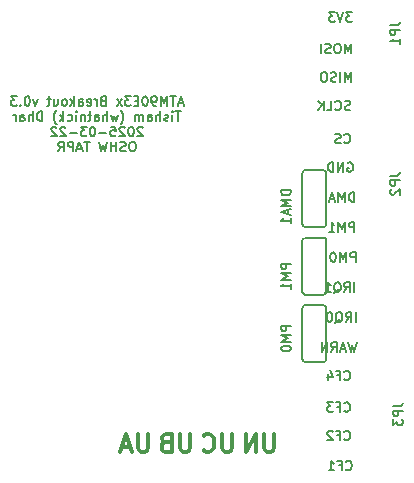
<source format=gbo>
G04 #@! TF.GenerationSoftware,KiCad,Pcbnew,7.0.7*
G04 #@! TF.CreationDate,2025-03-22T12:59:07+10:30*
G04 #@! TF.ProjectId,ATM90E36_Breakout,41544d39-3045-4333-965f-427265616b6f,rev?*
G04 #@! TF.SameCoordinates,Original*
G04 #@! TF.FileFunction,Legend,Bot*
G04 #@! TF.FilePolarity,Positive*
%FSLAX46Y46*%
G04 Gerber Fmt 4.6, Leading zero omitted, Abs format (unit mm)*
G04 Created by KiCad (PCBNEW 7.0.7) date 2025-03-22 12:59:07*
%MOMM*%
%LPD*%
G01*
G04 APERTURE LIST*
%ADD10C,0.300000*%
%ADD11C,0.200000*%
%ADD12C,0.152400*%
G04 APERTURE END LIST*
D10*
X151337489Y-120728828D02*
X151337489Y-121943114D01*
X151337489Y-121943114D02*
X151266060Y-122085971D01*
X151266060Y-122085971D02*
X151194632Y-122157400D01*
X151194632Y-122157400D02*
X151051774Y-122228828D01*
X151051774Y-122228828D02*
X150766060Y-122228828D01*
X150766060Y-122228828D02*
X150623203Y-122157400D01*
X150623203Y-122157400D02*
X150551774Y-122085971D01*
X150551774Y-122085971D02*
X150480346Y-121943114D01*
X150480346Y-121943114D02*
X150480346Y-120728828D01*
X149837488Y-121800257D02*
X149123203Y-121800257D01*
X149980345Y-122228828D02*
X149480345Y-120728828D01*
X149480345Y-120728828D02*
X148980345Y-122228828D01*
X154893489Y-120728828D02*
X154893489Y-121943114D01*
X154893489Y-121943114D02*
X154822060Y-122085971D01*
X154822060Y-122085971D02*
X154750632Y-122157400D01*
X154750632Y-122157400D02*
X154607774Y-122228828D01*
X154607774Y-122228828D02*
X154322060Y-122228828D01*
X154322060Y-122228828D02*
X154179203Y-122157400D01*
X154179203Y-122157400D02*
X154107774Y-122085971D01*
X154107774Y-122085971D02*
X154036346Y-121943114D01*
X154036346Y-121943114D02*
X154036346Y-120728828D01*
X152822060Y-121443114D02*
X152607774Y-121514542D01*
X152607774Y-121514542D02*
X152536345Y-121585971D01*
X152536345Y-121585971D02*
X152464917Y-121728828D01*
X152464917Y-121728828D02*
X152464917Y-121943114D01*
X152464917Y-121943114D02*
X152536345Y-122085971D01*
X152536345Y-122085971D02*
X152607774Y-122157400D01*
X152607774Y-122157400D02*
X152750631Y-122228828D01*
X152750631Y-122228828D02*
X153322060Y-122228828D01*
X153322060Y-122228828D02*
X153322060Y-120728828D01*
X153322060Y-120728828D02*
X152822060Y-120728828D01*
X152822060Y-120728828D02*
X152679203Y-120800257D01*
X152679203Y-120800257D02*
X152607774Y-120871685D01*
X152607774Y-120871685D02*
X152536345Y-121014542D01*
X152536345Y-121014542D02*
X152536345Y-121157400D01*
X152536345Y-121157400D02*
X152607774Y-121300257D01*
X152607774Y-121300257D02*
X152679203Y-121371685D01*
X152679203Y-121371685D02*
X152822060Y-121443114D01*
X152822060Y-121443114D02*
X153322060Y-121443114D01*
X158449489Y-120728828D02*
X158449489Y-121943114D01*
X158449489Y-121943114D02*
X158378060Y-122085971D01*
X158378060Y-122085971D02*
X158306632Y-122157400D01*
X158306632Y-122157400D02*
X158163774Y-122228828D01*
X158163774Y-122228828D02*
X157878060Y-122228828D01*
X157878060Y-122228828D02*
X157735203Y-122157400D01*
X157735203Y-122157400D02*
X157663774Y-122085971D01*
X157663774Y-122085971D02*
X157592346Y-121943114D01*
X157592346Y-121943114D02*
X157592346Y-120728828D01*
X156020917Y-122085971D02*
X156092345Y-122157400D01*
X156092345Y-122157400D02*
X156306631Y-122228828D01*
X156306631Y-122228828D02*
X156449488Y-122228828D01*
X156449488Y-122228828D02*
X156663774Y-122157400D01*
X156663774Y-122157400D02*
X156806631Y-122014542D01*
X156806631Y-122014542D02*
X156878060Y-121871685D01*
X156878060Y-121871685D02*
X156949488Y-121585971D01*
X156949488Y-121585971D02*
X156949488Y-121371685D01*
X156949488Y-121371685D02*
X156878060Y-121085971D01*
X156878060Y-121085971D02*
X156806631Y-120943114D01*
X156806631Y-120943114D02*
X156663774Y-120800257D01*
X156663774Y-120800257D02*
X156449488Y-120728828D01*
X156449488Y-120728828D02*
X156306631Y-120728828D01*
X156306631Y-120728828D02*
X156092345Y-120800257D01*
X156092345Y-120800257D02*
X156020917Y-120871685D01*
X162005489Y-120728828D02*
X162005489Y-121943114D01*
X162005489Y-121943114D02*
X161934060Y-122085971D01*
X161934060Y-122085971D02*
X161862632Y-122157400D01*
X161862632Y-122157400D02*
X161719774Y-122228828D01*
X161719774Y-122228828D02*
X161434060Y-122228828D01*
X161434060Y-122228828D02*
X161291203Y-122157400D01*
X161291203Y-122157400D02*
X161219774Y-122085971D01*
X161219774Y-122085971D02*
X161148346Y-121943114D01*
X161148346Y-121943114D02*
X161148346Y-120728828D01*
X160434060Y-122228828D02*
X160434060Y-120728828D01*
X160434060Y-120728828D02*
X159576917Y-122228828D01*
X159576917Y-122228828D02*
X159576917Y-120728828D01*
D11*
X154276192Y-92699123D02*
X153895239Y-92699123D01*
X154352382Y-92927695D02*
X154085715Y-92127695D01*
X154085715Y-92127695D02*
X153819049Y-92927695D01*
X153666668Y-92127695D02*
X153209525Y-92127695D01*
X153438097Y-92927695D02*
X153438097Y-92127695D01*
X152942858Y-92927695D02*
X152942858Y-92127695D01*
X152942858Y-92127695D02*
X152676192Y-92699123D01*
X152676192Y-92699123D02*
X152409525Y-92127695D01*
X152409525Y-92127695D02*
X152409525Y-92927695D01*
X151990477Y-92927695D02*
X151838096Y-92927695D01*
X151838096Y-92927695D02*
X151761906Y-92889600D01*
X151761906Y-92889600D02*
X151723810Y-92851504D01*
X151723810Y-92851504D02*
X151647620Y-92737219D01*
X151647620Y-92737219D02*
X151609525Y-92584838D01*
X151609525Y-92584838D02*
X151609525Y-92280076D01*
X151609525Y-92280076D02*
X151647620Y-92203885D01*
X151647620Y-92203885D02*
X151685715Y-92165790D01*
X151685715Y-92165790D02*
X151761906Y-92127695D01*
X151761906Y-92127695D02*
X151914287Y-92127695D01*
X151914287Y-92127695D02*
X151990477Y-92165790D01*
X151990477Y-92165790D02*
X152028572Y-92203885D01*
X152028572Y-92203885D02*
X152066668Y-92280076D01*
X152066668Y-92280076D02*
X152066668Y-92470552D01*
X152066668Y-92470552D02*
X152028572Y-92546742D01*
X152028572Y-92546742D02*
X151990477Y-92584838D01*
X151990477Y-92584838D02*
X151914287Y-92622933D01*
X151914287Y-92622933D02*
X151761906Y-92622933D01*
X151761906Y-92622933D02*
X151685715Y-92584838D01*
X151685715Y-92584838D02*
X151647620Y-92546742D01*
X151647620Y-92546742D02*
X151609525Y-92470552D01*
X151114286Y-92127695D02*
X151038096Y-92127695D01*
X151038096Y-92127695D02*
X150961905Y-92165790D01*
X150961905Y-92165790D02*
X150923810Y-92203885D01*
X150923810Y-92203885D02*
X150885715Y-92280076D01*
X150885715Y-92280076D02*
X150847620Y-92432457D01*
X150847620Y-92432457D02*
X150847620Y-92622933D01*
X150847620Y-92622933D02*
X150885715Y-92775314D01*
X150885715Y-92775314D02*
X150923810Y-92851504D01*
X150923810Y-92851504D02*
X150961905Y-92889600D01*
X150961905Y-92889600D02*
X151038096Y-92927695D01*
X151038096Y-92927695D02*
X151114286Y-92927695D01*
X151114286Y-92927695D02*
X151190477Y-92889600D01*
X151190477Y-92889600D02*
X151228572Y-92851504D01*
X151228572Y-92851504D02*
X151266667Y-92775314D01*
X151266667Y-92775314D02*
X151304763Y-92622933D01*
X151304763Y-92622933D02*
X151304763Y-92432457D01*
X151304763Y-92432457D02*
X151266667Y-92280076D01*
X151266667Y-92280076D02*
X151228572Y-92203885D01*
X151228572Y-92203885D02*
X151190477Y-92165790D01*
X151190477Y-92165790D02*
X151114286Y-92127695D01*
X150504762Y-92508647D02*
X150238096Y-92508647D01*
X150123810Y-92927695D02*
X150504762Y-92927695D01*
X150504762Y-92927695D02*
X150504762Y-92127695D01*
X150504762Y-92127695D02*
X150123810Y-92127695D01*
X149857143Y-92127695D02*
X149361905Y-92127695D01*
X149361905Y-92127695D02*
X149628571Y-92432457D01*
X149628571Y-92432457D02*
X149514286Y-92432457D01*
X149514286Y-92432457D02*
X149438095Y-92470552D01*
X149438095Y-92470552D02*
X149400000Y-92508647D01*
X149400000Y-92508647D02*
X149361905Y-92584838D01*
X149361905Y-92584838D02*
X149361905Y-92775314D01*
X149361905Y-92775314D02*
X149400000Y-92851504D01*
X149400000Y-92851504D02*
X149438095Y-92889600D01*
X149438095Y-92889600D02*
X149514286Y-92927695D01*
X149514286Y-92927695D02*
X149742857Y-92927695D01*
X149742857Y-92927695D02*
X149819048Y-92889600D01*
X149819048Y-92889600D02*
X149857143Y-92851504D01*
X149095238Y-92927695D02*
X148676190Y-92394361D01*
X149095238Y-92394361D02*
X148676190Y-92927695D01*
X147495238Y-92508647D02*
X147380952Y-92546742D01*
X147380952Y-92546742D02*
X147342857Y-92584838D01*
X147342857Y-92584838D02*
X147304761Y-92661028D01*
X147304761Y-92661028D02*
X147304761Y-92775314D01*
X147304761Y-92775314D02*
X147342857Y-92851504D01*
X147342857Y-92851504D02*
X147380952Y-92889600D01*
X147380952Y-92889600D02*
X147457142Y-92927695D01*
X147457142Y-92927695D02*
X147761904Y-92927695D01*
X147761904Y-92927695D02*
X147761904Y-92127695D01*
X147761904Y-92127695D02*
X147495238Y-92127695D01*
X147495238Y-92127695D02*
X147419047Y-92165790D01*
X147419047Y-92165790D02*
X147380952Y-92203885D01*
X147380952Y-92203885D02*
X147342857Y-92280076D01*
X147342857Y-92280076D02*
X147342857Y-92356266D01*
X147342857Y-92356266D02*
X147380952Y-92432457D01*
X147380952Y-92432457D02*
X147419047Y-92470552D01*
X147419047Y-92470552D02*
X147495238Y-92508647D01*
X147495238Y-92508647D02*
X147761904Y-92508647D01*
X146961904Y-92927695D02*
X146961904Y-92394361D01*
X146961904Y-92546742D02*
X146923809Y-92470552D01*
X146923809Y-92470552D02*
X146885714Y-92432457D01*
X146885714Y-92432457D02*
X146809523Y-92394361D01*
X146809523Y-92394361D02*
X146733333Y-92394361D01*
X146161904Y-92889600D02*
X146238095Y-92927695D01*
X146238095Y-92927695D02*
X146390476Y-92927695D01*
X146390476Y-92927695D02*
X146466666Y-92889600D01*
X146466666Y-92889600D02*
X146504762Y-92813409D01*
X146504762Y-92813409D02*
X146504762Y-92508647D01*
X146504762Y-92508647D02*
X146466666Y-92432457D01*
X146466666Y-92432457D02*
X146390476Y-92394361D01*
X146390476Y-92394361D02*
X146238095Y-92394361D01*
X146238095Y-92394361D02*
X146161904Y-92432457D01*
X146161904Y-92432457D02*
X146123809Y-92508647D01*
X146123809Y-92508647D02*
X146123809Y-92584838D01*
X146123809Y-92584838D02*
X146504762Y-92661028D01*
X145438095Y-92927695D02*
X145438095Y-92508647D01*
X145438095Y-92508647D02*
X145476190Y-92432457D01*
X145476190Y-92432457D02*
X145552381Y-92394361D01*
X145552381Y-92394361D02*
X145704762Y-92394361D01*
X145704762Y-92394361D02*
X145780952Y-92432457D01*
X145438095Y-92889600D02*
X145514286Y-92927695D01*
X145514286Y-92927695D02*
X145704762Y-92927695D01*
X145704762Y-92927695D02*
X145780952Y-92889600D01*
X145780952Y-92889600D02*
X145819048Y-92813409D01*
X145819048Y-92813409D02*
X145819048Y-92737219D01*
X145819048Y-92737219D02*
X145780952Y-92661028D01*
X145780952Y-92661028D02*
X145704762Y-92622933D01*
X145704762Y-92622933D02*
X145514286Y-92622933D01*
X145514286Y-92622933D02*
X145438095Y-92584838D01*
X145057142Y-92927695D02*
X145057142Y-92127695D01*
X144980952Y-92622933D02*
X144752380Y-92927695D01*
X144752380Y-92394361D02*
X145057142Y-92699123D01*
X144295238Y-92927695D02*
X144371428Y-92889600D01*
X144371428Y-92889600D02*
X144409523Y-92851504D01*
X144409523Y-92851504D02*
X144447619Y-92775314D01*
X144447619Y-92775314D02*
X144447619Y-92546742D01*
X144447619Y-92546742D02*
X144409523Y-92470552D01*
X144409523Y-92470552D02*
X144371428Y-92432457D01*
X144371428Y-92432457D02*
X144295238Y-92394361D01*
X144295238Y-92394361D02*
X144180952Y-92394361D01*
X144180952Y-92394361D02*
X144104761Y-92432457D01*
X144104761Y-92432457D02*
X144066666Y-92470552D01*
X144066666Y-92470552D02*
X144028571Y-92546742D01*
X144028571Y-92546742D02*
X144028571Y-92775314D01*
X144028571Y-92775314D02*
X144066666Y-92851504D01*
X144066666Y-92851504D02*
X144104761Y-92889600D01*
X144104761Y-92889600D02*
X144180952Y-92927695D01*
X144180952Y-92927695D02*
X144295238Y-92927695D01*
X143342856Y-92394361D02*
X143342856Y-92927695D01*
X143685713Y-92394361D02*
X143685713Y-92813409D01*
X143685713Y-92813409D02*
X143647618Y-92889600D01*
X143647618Y-92889600D02*
X143571428Y-92927695D01*
X143571428Y-92927695D02*
X143457142Y-92927695D01*
X143457142Y-92927695D02*
X143380951Y-92889600D01*
X143380951Y-92889600D02*
X143342856Y-92851504D01*
X143076189Y-92394361D02*
X142771427Y-92394361D01*
X142961903Y-92127695D02*
X142961903Y-92813409D01*
X142961903Y-92813409D02*
X142923808Y-92889600D01*
X142923808Y-92889600D02*
X142847618Y-92927695D01*
X142847618Y-92927695D02*
X142771427Y-92927695D01*
X141971427Y-92394361D02*
X141780951Y-92927695D01*
X141780951Y-92927695D02*
X141590474Y-92394361D01*
X141133331Y-92127695D02*
X141057141Y-92127695D01*
X141057141Y-92127695D02*
X140980950Y-92165790D01*
X140980950Y-92165790D02*
X140942855Y-92203885D01*
X140942855Y-92203885D02*
X140904760Y-92280076D01*
X140904760Y-92280076D02*
X140866665Y-92432457D01*
X140866665Y-92432457D02*
X140866665Y-92622933D01*
X140866665Y-92622933D02*
X140904760Y-92775314D01*
X140904760Y-92775314D02*
X140942855Y-92851504D01*
X140942855Y-92851504D02*
X140980950Y-92889600D01*
X140980950Y-92889600D02*
X141057141Y-92927695D01*
X141057141Y-92927695D02*
X141133331Y-92927695D01*
X141133331Y-92927695D02*
X141209522Y-92889600D01*
X141209522Y-92889600D02*
X141247617Y-92851504D01*
X141247617Y-92851504D02*
X141285712Y-92775314D01*
X141285712Y-92775314D02*
X141323808Y-92622933D01*
X141323808Y-92622933D02*
X141323808Y-92432457D01*
X141323808Y-92432457D02*
X141285712Y-92280076D01*
X141285712Y-92280076D02*
X141247617Y-92203885D01*
X141247617Y-92203885D02*
X141209522Y-92165790D01*
X141209522Y-92165790D02*
X141133331Y-92127695D01*
X140523807Y-92851504D02*
X140485712Y-92889600D01*
X140485712Y-92889600D02*
X140523807Y-92927695D01*
X140523807Y-92927695D02*
X140561903Y-92889600D01*
X140561903Y-92889600D02*
X140523807Y-92851504D01*
X140523807Y-92851504D02*
X140523807Y-92927695D01*
X140219046Y-92127695D02*
X139723808Y-92127695D01*
X139723808Y-92127695D02*
X139990474Y-92432457D01*
X139990474Y-92432457D02*
X139876189Y-92432457D01*
X139876189Y-92432457D02*
X139799998Y-92470552D01*
X139799998Y-92470552D02*
X139761903Y-92508647D01*
X139761903Y-92508647D02*
X139723808Y-92584838D01*
X139723808Y-92584838D02*
X139723808Y-92775314D01*
X139723808Y-92775314D02*
X139761903Y-92851504D01*
X139761903Y-92851504D02*
X139799998Y-92889600D01*
X139799998Y-92889600D02*
X139876189Y-92927695D01*
X139876189Y-92927695D02*
X140104760Y-92927695D01*
X140104760Y-92927695D02*
X140180951Y-92889600D01*
X140180951Y-92889600D02*
X140219046Y-92851504D01*
X154104762Y-93415695D02*
X153647619Y-93415695D01*
X153876191Y-94215695D02*
X153876191Y-93415695D01*
X153380952Y-94215695D02*
X153380952Y-93682361D01*
X153380952Y-93415695D02*
X153419048Y-93453790D01*
X153419048Y-93453790D02*
X153380952Y-93491885D01*
X153380952Y-93491885D02*
X153342857Y-93453790D01*
X153342857Y-93453790D02*
X153380952Y-93415695D01*
X153380952Y-93415695D02*
X153380952Y-93491885D01*
X153038096Y-94177600D02*
X152961905Y-94215695D01*
X152961905Y-94215695D02*
X152809524Y-94215695D01*
X152809524Y-94215695D02*
X152733334Y-94177600D01*
X152733334Y-94177600D02*
X152695238Y-94101409D01*
X152695238Y-94101409D02*
X152695238Y-94063314D01*
X152695238Y-94063314D02*
X152733334Y-93987123D01*
X152733334Y-93987123D02*
X152809524Y-93949028D01*
X152809524Y-93949028D02*
X152923810Y-93949028D01*
X152923810Y-93949028D02*
X153000000Y-93910933D01*
X153000000Y-93910933D02*
X153038096Y-93834742D01*
X153038096Y-93834742D02*
X153038096Y-93796647D01*
X153038096Y-93796647D02*
X153000000Y-93720457D01*
X153000000Y-93720457D02*
X152923810Y-93682361D01*
X152923810Y-93682361D02*
X152809524Y-93682361D01*
X152809524Y-93682361D02*
X152733334Y-93720457D01*
X152352381Y-94215695D02*
X152352381Y-93415695D01*
X152009524Y-94215695D02*
X152009524Y-93796647D01*
X152009524Y-93796647D02*
X152047619Y-93720457D01*
X152047619Y-93720457D02*
X152123810Y-93682361D01*
X152123810Y-93682361D02*
X152238096Y-93682361D01*
X152238096Y-93682361D02*
X152314286Y-93720457D01*
X152314286Y-93720457D02*
X152352381Y-93758552D01*
X151285714Y-94215695D02*
X151285714Y-93796647D01*
X151285714Y-93796647D02*
X151323809Y-93720457D01*
X151323809Y-93720457D02*
X151400000Y-93682361D01*
X151400000Y-93682361D02*
X151552381Y-93682361D01*
X151552381Y-93682361D02*
X151628571Y-93720457D01*
X151285714Y-94177600D02*
X151361905Y-94215695D01*
X151361905Y-94215695D02*
X151552381Y-94215695D01*
X151552381Y-94215695D02*
X151628571Y-94177600D01*
X151628571Y-94177600D02*
X151666667Y-94101409D01*
X151666667Y-94101409D02*
X151666667Y-94025219D01*
X151666667Y-94025219D02*
X151628571Y-93949028D01*
X151628571Y-93949028D02*
X151552381Y-93910933D01*
X151552381Y-93910933D02*
X151361905Y-93910933D01*
X151361905Y-93910933D02*
X151285714Y-93872838D01*
X150904761Y-94215695D02*
X150904761Y-93682361D01*
X150904761Y-93758552D02*
X150866666Y-93720457D01*
X150866666Y-93720457D02*
X150790476Y-93682361D01*
X150790476Y-93682361D02*
X150676190Y-93682361D01*
X150676190Y-93682361D02*
X150599999Y-93720457D01*
X150599999Y-93720457D02*
X150561904Y-93796647D01*
X150561904Y-93796647D02*
X150561904Y-94215695D01*
X150561904Y-93796647D02*
X150523809Y-93720457D01*
X150523809Y-93720457D02*
X150447618Y-93682361D01*
X150447618Y-93682361D02*
X150333333Y-93682361D01*
X150333333Y-93682361D02*
X150257142Y-93720457D01*
X150257142Y-93720457D02*
X150219047Y-93796647D01*
X150219047Y-93796647D02*
X150219047Y-94215695D01*
X148999999Y-94520457D02*
X149038094Y-94482361D01*
X149038094Y-94482361D02*
X149114285Y-94368076D01*
X149114285Y-94368076D02*
X149152380Y-94291885D01*
X149152380Y-94291885D02*
X149190475Y-94177600D01*
X149190475Y-94177600D02*
X149228570Y-93987123D01*
X149228570Y-93987123D02*
X149228570Y-93834742D01*
X149228570Y-93834742D02*
X149190475Y-93644266D01*
X149190475Y-93644266D02*
X149152380Y-93529980D01*
X149152380Y-93529980D02*
X149114285Y-93453790D01*
X149114285Y-93453790D02*
X149038094Y-93339504D01*
X149038094Y-93339504D02*
X148999999Y-93301409D01*
X148771428Y-93682361D02*
X148619047Y-94215695D01*
X148619047Y-94215695D02*
X148466666Y-93834742D01*
X148466666Y-93834742D02*
X148314285Y-94215695D01*
X148314285Y-94215695D02*
X148161904Y-93682361D01*
X147857142Y-94215695D02*
X147857142Y-93415695D01*
X147514285Y-94215695D02*
X147514285Y-93796647D01*
X147514285Y-93796647D02*
X147552380Y-93720457D01*
X147552380Y-93720457D02*
X147628571Y-93682361D01*
X147628571Y-93682361D02*
X147742857Y-93682361D01*
X147742857Y-93682361D02*
X147819047Y-93720457D01*
X147819047Y-93720457D02*
X147857142Y-93758552D01*
X146790475Y-94215695D02*
X146790475Y-93796647D01*
X146790475Y-93796647D02*
X146828570Y-93720457D01*
X146828570Y-93720457D02*
X146904761Y-93682361D01*
X146904761Y-93682361D02*
X147057142Y-93682361D01*
X147057142Y-93682361D02*
X147133332Y-93720457D01*
X146790475Y-94177600D02*
X146866666Y-94215695D01*
X146866666Y-94215695D02*
X147057142Y-94215695D01*
X147057142Y-94215695D02*
X147133332Y-94177600D01*
X147133332Y-94177600D02*
X147171428Y-94101409D01*
X147171428Y-94101409D02*
X147171428Y-94025219D01*
X147171428Y-94025219D02*
X147133332Y-93949028D01*
X147133332Y-93949028D02*
X147057142Y-93910933D01*
X147057142Y-93910933D02*
X146866666Y-93910933D01*
X146866666Y-93910933D02*
X146790475Y-93872838D01*
X146523808Y-93682361D02*
X146219046Y-93682361D01*
X146409522Y-93415695D02*
X146409522Y-94101409D01*
X146409522Y-94101409D02*
X146371427Y-94177600D01*
X146371427Y-94177600D02*
X146295237Y-94215695D01*
X146295237Y-94215695D02*
X146219046Y-94215695D01*
X145952379Y-93682361D02*
X145952379Y-94215695D01*
X145952379Y-93758552D02*
X145914284Y-93720457D01*
X145914284Y-93720457D02*
X145838094Y-93682361D01*
X145838094Y-93682361D02*
X145723808Y-93682361D01*
X145723808Y-93682361D02*
X145647617Y-93720457D01*
X145647617Y-93720457D02*
X145609522Y-93796647D01*
X145609522Y-93796647D02*
X145609522Y-94215695D01*
X145228569Y-94215695D02*
X145228569Y-93682361D01*
X145228569Y-93415695D02*
X145266665Y-93453790D01*
X145266665Y-93453790D02*
X145228569Y-93491885D01*
X145228569Y-93491885D02*
X145190474Y-93453790D01*
X145190474Y-93453790D02*
X145228569Y-93415695D01*
X145228569Y-93415695D02*
X145228569Y-93491885D01*
X144504760Y-94177600D02*
X144580951Y-94215695D01*
X144580951Y-94215695D02*
X144733332Y-94215695D01*
X144733332Y-94215695D02*
X144809522Y-94177600D01*
X144809522Y-94177600D02*
X144847617Y-94139504D01*
X144847617Y-94139504D02*
X144885713Y-94063314D01*
X144885713Y-94063314D02*
X144885713Y-93834742D01*
X144885713Y-93834742D02*
X144847617Y-93758552D01*
X144847617Y-93758552D02*
X144809522Y-93720457D01*
X144809522Y-93720457D02*
X144733332Y-93682361D01*
X144733332Y-93682361D02*
X144580951Y-93682361D01*
X144580951Y-93682361D02*
X144504760Y-93720457D01*
X144161903Y-94215695D02*
X144161903Y-93415695D01*
X144085713Y-93910933D02*
X143857141Y-94215695D01*
X143857141Y-93682361D02*
X144161903Y-93987123D01*
X143590475Y-94520457D02*
X143552380Y-94482361D01*
X143552380Y-94482361D02*
X143476189Y-94368076D01*
X143476189Y-94368076D02*
X143438094Y-94291885D01*
X143438094Y-94291885D02*
X143399999Y-94177600D01*
X143399999Y-94177600D02*
X143361903Y-93987123D01*
X143361903Y-93987123D02*
X143361903Y-93834742D01*
X143361903Y-93834742D02*
X143399999Y-93644266D01*
X143399999Y-93644266D02*
X143438094Y-93529980D01*
X143438094Y-93529980D02*
X143476189Y-93453790D01*
X143476189Y-93453790D02*
X143552380Y-93339504D01*
X143552380Y-93339504D02*
X143590475Y-93301409D01*
X142371427Y-94215695D02*
X142371427Y-93415695D01*
X142371427Y-93415695D02*
X142180951Y-93415695D01*
X142180951Y-93415695D02*
X142066665Y-93453790D01*
X142066665Y-93453790D02*
X141990475Y-93529980D01*
X141990475Y-93529980D02*
X141952380Y-93606171D01*
X141952380Y-93606171D02*
X141914284Y-93758552D01*
X141914284Y-93758552D02*
X141914284Y-93872838D01*
X141914284Y-93872838D02*
X141952380Y-94025219D01*
X141952380Y-94025219D02*
X141990475Y-94101409D01*
X141990475Y-94101409D02*
X142066665Y-94177600D01*
X142066665Y-94177600D02*
X142180951Y-94215695D01*
X142180951Y-94215695D02*
X142371427Y-94215695D01*
X141571427Y-94215695D02*
X141571427Y-93415695D01*
X141228570Y-94215695D02*
X141228570Y-93796647D01*
X141228570Y-93796647D02*
X141266665Y-93720457D01*
X141266665Y-93720457D02*
X141342856Y-93682361D01*
X141342856Y-93682361D02*
X141457142Y-93682361D01*
X141457142Y-93682361D02*
X141533332Y-93720457D01*
X141533332Y-93720457D02*
X141571427Y-93758552D01*
X140504760Y-94215695D02*
X140504760Y-93796647D01*
X140504760Y-93796647D02*
X140542855Y-93720457D01*
X140542855Y-93720457D02*
X140619046Y-93682361D01*
X140619046Y-93682361D02*
X140771427Y-93682361D01*
X140771427Y-93682361D02*
X140847617Y-93720457D01*
X140504760Y-94177600D02*
X140580951Y-94215695D01*
X140580951Y-94215695D02*
X140771427Y-94215695D01*
X140771427Y-94215695D02*
X140847617Y-94177600D01*
X140847617Y-94177600D02*
X140885713Y-94101409D01*
X140885713Y-94101409D02*
X140885713Y-94025219D01*
X140885713Y-94025219D02*
X140847617Y-93949028D01*
X140847617Y-93949028D02*
X140771427Y-93910933D01*
X140771427Y-93910933D02*
X140580951Y-93910933D01*
X140580951Y-93910933D02*
X140504760Y-93872838D01*
X140123807Y-94215695D02*
X140123807Y-93682361D01*
X140123807Y-93834742D02*
X140085712Y-93758552D01*
X140085712Y-93758552D02*
X140047617Y-93720457D01*
X140047617Y-93720457D02*
X139971426Y-93682361D01*
X139971426Y-93682361D02*
X139895236Y-93682361D01*
X150885715Y-94779885D02*
X150847619Y-94741790D01*
X150847619Y-94741790D02*
X150771429Y-94703695D01*
X150771429Y-94703695D02*
X150580953Y-94703695D01*
X150580953Y-94703695D02*
X150504762Y-94741790D01*
X150504762Y-94741790D02*
X150466667Y-94779885D01*
X150466667Y-94779885D02*
X150428572Y-94856076D01*
X150428572Y-94856076D02*
X150428572Y-94932266D01*
X150428572Y-94932266D02*
X150466667Y-95046552D01*
X150466667Y-95046552D02*
X150923810Y-95503695D01*
X150923810Y-95503695D02*
X150428572Y-95503695D01*
X149933333Y-94703695D02*
X149857143Y-94703695D01*
X149857143Y-94703695D02*
X149780952Y-94741790D01*
X149780952Y-94741790D02*
X149742857Y-94779885D01*
X149742857Y-94779885D02*
X149704762Y-94856076D01*
X149704762Y-94856076D02*
X149666667Y-95008457D01*
X149666667Y-95008457D02*
X149666667Y-95198933D01*
X149666667Y-95198933D02*
X149704762Y-95351314D01*
X149704762Y-95351314D02*
X149742857Y-95427504D01*
X149742857Y-95427504D02*
X149780952Y-95465600D01*
X149780952Y-95465600D02*
X149857143Y-95503695D01*
X149857143Y-95503695D02*
X149933333Y-95503695D01*
X149933333Y-95503695D02*
X150009524Y-95465600D01*
X150009524Y-95465600D02*
X150047619Y-95427504D01*
X150047619Y-95427504D02*
X150085714Y-95351314D01*
X150085714Y-95351314D02*
X150123810Y-95198933D01*
X150123810Y-95198933D02*
X150123810Y-95008457D01*
X150123810Y-95008457D02*
X150085714Y-94856076D01*
X150085714Y-94856076D02*
X150047619Y-94779885D01*
X150047619Y-94779885D02*
X150009524Y-94741790D01*
X150009524Y-94741790D02*
X149933333Y-94703695D01*
X149361905Y-94779885D02*
X149323809Y-94741790D01*
X149323809Y-94741790D02*
X149247619Y-94703695D01*
X149247619Y-94703695D02*
X149057143Y-94703695D01*
X149057143Y-94703695D02*
X148980952Y-94741790D01*
X148980952Y-94741790D02*
X148942857Y-94779885D01*
X148942857Y-94779885D02*
X148904762Y-94856076D01*
X148904762Y-94856076D02*
X148904762Y-94932266D01*
X148904762Y-94932266D02*
X148942857Y-95046552D01*
X148942857Y-95046552D02*
X149400000Y-95503695D01*
X149400000Y-95503695D02*
X148904762Y-95503695D01*
X148180952Y-94703695D02*
X148561904Y-94703695D01*
X148561904Y-94703695D02*
X148600000Y-95084647D01*
X148600000Y-95084647D02*
X148561904Y-95046552D01*
X148561904Y-95046552D02*
X148485714Y-95008457D01*
X148485714Y-95008457D02*
X148295238Y-95008457D01*
X148295238Y-95008457D02*
X148219047Y-95046552D01*
X148219047Y-95046552D02*
X148180952Y-95084647D01*
X148180952Y-95084647D02*
X148142857Y-95160838D01*
X148142857Y-95160838D02*
X148142857Y-95351314D01*
X148142857Y-95351314D02*
X148180952Y-95427504D01*
X148180952Y-95427504D02*
X148219047Y-95465600D01*
X148219047Y-95465600D02*
X148295238Y-95503695D01*
X148295238Y-95503695D02*
X148485714Y-95503695D01*
X148485714Y-95503695D02*
X148561904Y-95465600D01*
X148561904Y-95465600D02*
X148600000Y-95427504D01*
X147799999Y-95198933D02*
X147190476Y-95198933D01*
X146657142Y-94703695D02*
X146580952Y-94703695D01*
X146580952Y-94703695D02*
X146504761Y-94741790D01*
X146504761Y-94741790D02*
X146466666Y-94779885D01*
X146466666Y-94779885D02*
X146428571Y-94856076D01*
X146428571Y-94856076D02*
X146390476Y-95008457D01*
X146390476Y-95008457D02*
X146390476Y-95198933D01*
X146390476Y-95198933D02*
X146428571Y-95351314D01*
X146428571Y-95351314D02*
X146466666Y-95427504D01*
X146466666Y-95427504D02*
X146504761Y-95465600D01*
X146504761Y-95465600D02*
X146580952Y-95503695D01*
X146580952Y-95503695D02*
X146657142Y-95503695D01*
X146657142Y-95503695D02*
X146733333Y-95465600D01*
X146733333Y-95465600D02*
X146771428Y-95427504D01*
X146771428Y-95427504D02*
X146809523Y-95351314D01*
X146809523Y-95351314D02*
X146847619Y-95198933D01*
X146847619Y-95198933D02*
X146847619Y-95008457D01*
X146847619Y-95008457D02*
X146809523Y-94856076D01*
X146809523Y-94856076D02*
X146771428Y-94779885D01*
X146771428Y-94779885D02*
X146733333Y-94741790D01*
X146733333Y-94741790D02*
X146657142Y-94703695D01*
X146123809Y-94703695D02*
X145628571Y-94703695D01*
X145628571Y-94703695D02*
X145895237Y-95008457D01*
X145895237Y-95008457D02*
X145780952Y-95008457D01*
X145780952Y-95008457D02*
X145704761Y-95046552D01*
X145704761Y-95046552D02*
X145666666Y-95084647D01*
X145666666Y-95084647D02*
X145628571Y-95160838D01*
X145628571Y-95160838D02*
X145628571Y-95351314D01*
X145628571Y-95351314D02*
X145666666Y-95427504D01*
X145666666Y-95427504D02*
X145704761Y-95465600D01*
X145704761Y-95465600D02*
X145780952Y-95503695D01*
X145780952Y-95503695D02*
X146009523Y-95503695D01*
X146009523Y-95503695D02*
X146085714Y-95465600D01*
X146085714Y-95465600D02*
X146123809Y-95427504D01*
X145285713Y-95198933D02*
X144676190Y-95198933D01*
X144333333Y-94779885D02*
X144295237Y-94741790D01*
X144295237Y-94741790D02*
X144219047Y-94703695D01*
X144219047Y-94703695D02*
X144028571Y-94703695D01*
X144028571Y-94703695D02*
X143952380Y-94741790D01*
X143952380Y-94741790D02*
X143914285Y-94779885D01*
X143914285Y-94779885D02*
X143876190Y-94856076D01*
X143876190Y-94856076D02*
X143876190Y-94932266D01*
X143876190Y-94932266D02*
X143914285Y-95046552D01*
X143914285Y-95046552D02*
X144371428Y-95503695D01*
X144371428Y-95503695D02*
X143876190Y-95503695D01*
X143571428Y-94779885D02*
X143533332Y-94741790D01*
X143533332Y-94741790D02*
X143457142Y-94703695D01*
X143457142Y-94703695D02*
X143266666Y-94703695D01*
X143266666Y-94703695D02*
X143190475Y-94741790D01*
X143190475Y-94741790D02*
X143152380Y-94779885D01*
X143152380Y-94779885D02*
X143114285Y-94856076D01*
X143114285Y-94856076D02*
X143114285Y-94932266D01*
X143114285Y-94932266D02*
X143152380Y-95046552D01*
X143152380Y-95046552D02*
X143609523Y-95503695D01*
X143609523Y-95503695D02*
X143114285Y-95503695D01*
X150085713Y-95991695D02*
X149933332Y-95991695D01*
X149933332Y-95991695D02*
X149857142Y-96029790D01*
X149857142Y-96029790D02*
X149780951Y-96105980D01*
X149780951Y-96105980D02*
X149742856Y-96258361D01*
X149742856Y-96258361D02*
X149742856Y-96525028D01*
X149742856Y-96525028D02*
X149780951Y-96677409D01*
X149780951Y-96677409D02*
X149857142Y-96753600D01*
X149857142Y-96753600D02*
X149933332Y-96791695D01*
X149933332Y-96791695D02*
X150085713Y-96791695D01*
X150085713Y-96791695D02*
X150161904Y-96753600D01*
X150161904Y-96753600D02*
X150238094Y-96677409D01*
X150238094Y-96677409D02*
X150276190Y-96525028D01*
X150276190Y-96525028D02*
X150276190Y-96258361D01*
X150276190Y-96258361D02*
X150238094Y-96105980D01*
X150238094Y-96105980D02*
X150161904Y-96029790D01*
X150161904Y-96029790D02*
X150085713Y-95991695D01*
X149438095Y-96753600D02*
X149323809Y-96791695D01*
X149323809Y-96791695D02*
X149133333Y-96791695D01*
X149133333Y-96791695D02*
X149057142Y-96753600D01*
X149057142Y-96753600D02*
X149019047Y-96715504D01*
X149019047Y-96715504D02*
X148980952Y-96639314D01*
X148980952Y-96639314D02*
X148980952Y-96563123D01*
X148980952Y-96563123D02*
X149019047Y-96486933D01*
X149019047Y-96486933D02*
X149057142Y-96448838D01*
X149057142Y-96448838D02*
X149133333Y-96410742D01*
X149133333Y-96410742D02*
X149285714Y-96372647D01*
X149285714Y-96372647D02*
X149361904Y-96334552D01*
X149361904Y-96334552D02*
X149399999Y-96296457D01*
X149399999Y-96296457D02*
X149438095Y-96220266D01*
X149438095Y-96220266D02*
X149438095Y-96144076D01*
X149438095Y-96144076D02*
X149399999Y-96067885D01*
X149399999Y-96067885D02*
X149361904Y-96029790D01*
X149361904Y-96029790D02*
X149285714Y-95991695D01*
X149285714Y-95991695D02*
X149095237Y-95991695D01*
X149095237Y-95991695D02*
X148980952Y-96029790D01*
X148638094Y-96791695D02*
X148638094Y-95991695D01*
X148638094Y-96372647D02*
X148180951Y-96372647D01*
X148180951Y-96791695D02*
X148180951Y-95991695D01*
X147876190Y-95991695D02*
X147685714Y-96791695D01*
X147685714Y-96791695D02*
X147533333Y-96220266D01*
X147533333Y-96220266D02*
X147380952Y-96791695D01*
X147380952Y-96791695D02*
X147190476Y-95991695D01*
X146390475Y-95991695D02*
X145933332Y-95991695D01*
X146161904Y-96791695D02*
X146161904Y-95991695D01*
X145704761Y-96563123D02*
X145323808Y-96563123D01*
X145780951Y-96791695D02*
X145514284Y-95991695D01*
X145514284Y-95991695D02*
X145247618Y-96791695D01*
X144980951Y-96791695D02*
X144980951Y-95991695D01*
X144980951Y-95991695D02*
X144676189Y-95991695D01*
X144676189Y-95991695D02*
X144599999Y-96029790D01*
X144599999Y-96029790D02*
X144561904Y-96067885D01*
X144561904Y-96067885D02*
X144523808Y-96144076D01*
X144523808Y-96144076D02*
X144523808Y-96258361D01*
X144523808Y-96258361D02*
X144561904Y-96334552D01*
X144561904Y-96334552D02*
X144599999Y-96372647D01*
X144599999Y-96372647D02*
X144676189Y-96410742D01*
X144676189Y-96410742D02*
X144980951Y-96410742D01*
X143723808Y-96791695D02*
X143990475Y-96410742D01*
X144180951Y-96791695D02*
X144180951Y-95991695D01*
X144180951Y-95991695D02*
X143876189Y-95991695D01*
X143876189Y-95991695D02*
X143799999Y-96029790D01*
X143799999Y-96029790D02*
X143761904Y-96067885D01*
X143761904Y-96067885D02*
X143723808Y-96144076D01*
X143723808Y-96144076D02*
X143723808Y-96258361D01*
X143723808Y-96258361D02*
X143761904Y-96334552D01*
X143761904Y-96334552D02*
X143799999Y-96372647D01*
X143799999Y-96372647D02*
X143876189Y-96410742D01*
X143876189Y-96410742D02*
X144180951Y-96410742D01*
X168975236Y-112966295D02*
X168784760Y-113766295D01*
X168784760Y-113766295D02*
X168632379Y-113194866D01*
X168632379Y-113194866D02*
X168479998Y-113766295D01*
X168479998Y-113766295D02*
X168289522Y-112966295D01*
X168022855Y-113537723D02*
X167641902Y-113537723D01*
X168099045Y-113766295D02*
X167832378Y-112966295D01*
X167832378Y-112966295D02*
X167565712Y-113766295D01*
X166841902Y-113766295D02*
X167108569Y-113385342D01*
X167299045Y-113766295D02*
X167299045Y-112966295D01*
X167299045Y-112966295D02*
X166994283Y-112966295D01*
X166994283Y-112966295D02*
X166918093Y-113004390D01*
X166918093Y-113004390D02*
X166879998Y-113042485D01*
X166879998Y-113042485D02*
X166841902Y-113118676D01*
X166841902Y-113118676D02*
X166841902Y-113232961D01*
X166841902Y-113232961D02*
X166879998Y-113309152D01*
X166879998Y-113309152D02*
X166918093Y-113347247D01*
X166918093Y-113347247D02*
X166994283Y-113385342D01*
X166994283Y-113385342D02*
X167299045Y-113385342D01*
X166499045Y-113766295D02*
X166499045Y-112966295D01*
X166499045Y-112966295D02*
X166041902Y-113766295D01*
X166041902Y-113766295D02*
X166041902Y-112966295D01*
X168429141Y-93281200D02*
X168314855Y-93319295D01*
X168314855Y-93319295D02*
X168124379Y-93319295D01*
X168124379Y-93319295D02*
X168048188Y-93281200D01*
X168048188Y-93281200D02*
X168010093Y-93243104D01*
X168010093Y-93243104D02*
X167971998Y-93166914D01*
X167971998Y-93166914D02*
X167971998Y-93090723D01*
X167971998Y-93090723D02*
X168010093Y-93014533D01*
X168010093Y-93014533D02*
X168048188Y-92976438D01*
X168048188Y-92976438D02*
X168124379Y-92938342D01*
X168124379Y-92938342D02*
X168276760Y-92900247D01*
X168276760Y-92900247D02*
X168352950Y-92862152D01*
X168352950Y-92862152D02*
X168391045Y-92824057D01*
X168391045Y-92824057D02*
X168429141Y-92747866D01*
X168429141Y-92747866D02*
X168429141Y-92671676D01*
X168429141Y-92671676D02*
X168391045Y-92595485D01*
X168391045Y-92595485D02*
X168352950Y-92557390D01*
X168352950Y-92557390D02*
X168276760Y-92519295D01*
X168276760Y-92519295D02*
X168086283Y-92519295D01*
X168086283Y-92519295D02*
X167971998Y-92557390D01*
X167171997Y-93243104D02*
X167210093Y-93281200D01*
X167210093Y-93281200D02*
X167324378Y-93319295D01*
X167324378Y-93319295D02*
X167400569Y-93319295D01*
X167400569Y-93319295D02*
X167514855Y-93281200D01*
X167514855Y-93281200D02*
X167591045Y-93205009D01*
X167591045Y-93205009D02*
X167629140Y-93128819D01*
X167629140Y-93128819D02*
X167667236Y-92976438D01*
X167667236Y-92976438D02*
X167667236Y-92862152D01*
X167667236Y-92862152D02*
X167629140Y-92709771D01*
X167629140Y-92709771D02*
X167591045Y-92633580D01*
X167591045Y-92633580D02*
X167514855Y-92557390D01*
X167514855Y-92557390D02*
X167400569Y-92519295D01*
X167400569Y-92519295D02*
X167324378Y-92519295D01*
X167324378Y-92519295D02*
X167210093Y-92557390D01*
X167210093Y-92557390D02*
X167171997Y-92595485D01*
X166448188Y-93319295D02*
X166829140Y-93319295D01*
X166829140Y-93319295D02*
X166829140Y-92519295D01*
X166181521Y-93319295D02*
X166181521Y-92519295D01*
X165724378Y-93319295D02*
X166067236Y-92862152D01*
X165724378Y-92519295D02*
X166181521Y-92976438D01*
X168772045Y-101066295D02*
X168772045Y-100266295D01*
X168772045Y-100266295D02*
X168581569Y-100266295D01*
X168581569Y-100266295D02*
X168467283Y-100304390D01*
X168467283Y-100304390D02*
X168391093Y-100380580D01*
X168391093Y-100380580D02*
X168352998Y-100456771D01*
X168352998Y-100456771D02*
X168314902Y-100609152D01*
X168314902Y-100609152D02*
X168314902Y-100723438D01*
X168314902Y-100723438D02*
X168352998Y-100875819D01*
X168352998Y-100875819D02*
X168391093Y-100952009D01*
X168391093Y-100952009D02*
X168467283Y-101028200D01*
X168467283Y-101028200D02*
X168581569Y-101066295D01*
X168581569Y-101066295D02*
X168772045Y-101066295D01*
X167972045Y-101066295D02*
X167972045Y-100266295D01*
X167972045Y-100266295D02*
X167705379Y-100837723D01*
X167705379Y-100837723D02*
X167438712Y-100266295D01*
X167438712Y-100266295D02*
X167438712Y-101066295D01*
X167095855Y-100837723D02*
X166714902Y-100837723D01*
X167172045Y-101066295D02*
X166905378Y-100266295D01*
X166905378Y-100266295D02*
X166638712Y-101066295D01*
X168518045Y-90906295D02*
X168518045Y-90106295D01*
X168518045Y-90106295D02*
X168251379Y-90677723D01*
X168251379Y-90677723D02*
X167984712Y-90106295D01*
X167984712Y-90106295D02*
X167984712Y-90906295D01*
X167603759Y-90906295D02*
X167603759Y-90106295D01*
X167260903Y-90868200D02*
X167146617Y-90906295D01*
X167146617Y-90906295D02*
X166956141Y-90906295D01*
X166956141Y-90906295D02*
X166879950Y-90868200D01*
X166879950Y-90868200D02*
X166841855Y-90830104D01*
X166841855Y-90830104D02*
X166803760Y-90753914D01*
X166803760Y-90753914D02*
X166803760Y-90677723D01*
X166803760Y-90677723D02*
X166841855Y-90601533D01*
X166841855Y-90601533D02*
X166879950Y-90563438D01*
X166879950Y-90563438D02*
X166956141Y-90525342D01*
X166956141Y-90525342D02*
X167108522Y-90487247D01*
X167108522Y-90487247D02*
X167184712Y-90449152D01*
X167184712Y-90449152D02*
X167222807Y-90411057D01*
X167222807Y-90411057D02*
X167260903Y-90334866D01*
X167260903Y-90334866D02*
X167260903Y-90258676D01*
X167260903Y-90258676D02*
X167222807Y-90182485D01*
X167222807Y-90182485D02*
X167184712Y-90144390D01*
X167184712Y-90144390D02*
X167108522Y-90106295D01*
X167108522Y-90106295D02*
X166918045Y-90106295D01*
X166918045Y-90106295D02*
X166803760Y-90144390D01*
X166308521Y-90106295D02*
X166156140Y-90106295D01*
X166156140Y-90106295D02*
X166079950Y-90144390D01*
X166079950Y-90144390D02*
X166003759Y-90220580D01*
X166003759Y-90220580D02*
X165965664Y-90372961D01*
X165965664Y-90372961D02*
X165965664Y-90639628D01*
X165965664Y-90639628D02*
X166003759Y-90792009D01*
X166003759Y-90792009D02*
X166079950Y-90868200D01*
X166079950Y-90868200D02*
X166156140Y-90906295D01*
X166156140Y-90906295D02*
X166308521Y-90906295D01*
X166308521Y-90906295D02*
X166384712Y-90868200D01*
X166384712Y-90868200D02*
X166460902Y-90792009D01*
X166460902Y-90792009D02*
X166498998Y-90639628D01*
X166498998Y-90639628D02*
X166498998Y-90372961D01*
X166498998Y-90372961D02*
X166460902Y-90220580D01*
X166460902Y-90220580D02*
X166384712Y-90144390D01*
X166384712Y-90144390D02*
X166308521Y-90106295D01*
X168772045Y-103606295D02*
X168772045Y-102806295D01*
X168772045Y-102806295D02*
X168467283Y-102806295D01*
X168467283Y-102806295D02*
X168391093Y-102844390D01*
X168391093Y-102844390D02*
X168352998Y-102882485D01*
X168352998Y-102882485D02*
X168314902Y-102958676D01*
X168314902Y-102958676D02*
X168314902Y-103072961D01*
X168314902Y-103072961D02*
X168352998Y-103149152D01*
X168352998Y-103149152D02*
X168391093Y-103187247D01*
X168391093Y-103187247D02*
X168467283Y-103225342D01*
X168467283Y-103225342D02*
X168772045Y-103225342D01*
X167972045Y-103606295D02*
X167972045Y-102806295D01*
X167972045Y-102806295D02*
X167705379Y-103377723D01*
X167705379Y-103377723D02*
X167438712Y-102806295D01*
X167438712Y-102806295D02*
X167438712Y-103606295D01*
X166638712Y-103606295D02*
X167095855Y-103606295D01*
X166867283Y-103606295D02*
X166867283Y-102806295D01*
X166867283Y-102806295D02*
X166943474Y-102920580D01*
X166943474Y-102920580D02*
X167019664Y-102996771D01*
X167019664Y-102996771D02*
X167095855Y-103034866D01*
X168225998Y-97764390D02*
X168302188Y-97726295D01*
X168302188Y-97726295D02*
X168416474Y-97726295D01*
X168416474Y-97726295D02*
X168530760Y-97764390D01*
X168530760Y-97764390D02*
X168606950Y-97840580D01*
X168606950Y-97840580D02*
X168645045Y-97916771D01*
X168645045Y-97916771D02*
X168683141Y-98069152D01*
X168683141Y-98069152D02*
X168683141Y-98183438D01*
X168683141Y-98183438D02*
X168645045Y-98335819D01*
X168645045Y-98335819D02*
X168606950Y-98412009D01*
X168606950Y-98412009D02*
X168530760Y-98488200D01*
X168530760Y-98488200D02*
X168416474Y-98526295D01*
X168416474Y-98526295D02*
X168340283Y-98526295D01*
X168340283Y-98526295D02*
X168225998Y-98488200D01*
X168225998Y-98488200D02*
X168187902Y-98450104D01*
X168187902Y-98450104D02*
X168187902Y-98183438D01*
X168187902Y-98183438D02*
X168340283Y-98183438D01*
X167845045Y-98526295D02*
X167845045Y-97726295D01*
X167845045Y-97726295D02*
X167387902Y-98526295D01*
X167387902Y-98526295D02*
X167387902Y-97726295D01*
X167006950Y-98526295D02*
X167006950Y-97726295D01*
X167006950Y-97726295D02*
X166816474Y-97726295D01*
X166816474Y-97726295D02*
X166702188Y-97764390D01*
X166702188Y-97764390D02*
X166625998Y-97840580D01*
X166625998Y-97840580D02*
X166587903Y-97916771D01*
X166587903Y-97916771D02*
X166549807Y-98069152D01*
X166549807Y-98069152D02*
X166549807Y-98183438D01*
X166549807Y-98183438D02*
X166587903Y-98335819D01*
X166587903Y-98335819D02*
X166625998Y-98412009D01*
X166625998Y-98412009D02*
X166702188Y-98488200D01*
X166702188Y-98488200D02*
X166816474Y-98526295D01*
X166816474Y-98526295D02*
X167006950Y-98526295D01*
X168899045Y-106146295D02*
X168899045Y-105346295D01*
X168899045Y-105346295D02*
X168594283Y-105346295D01*
X168594283Y-105346295D02*
X168518093Y-105384390D01*
X168518093Y-105384390D02*
X168479998Y-105422485D01*
X168479998Y-105422485D02*
X168441902Y-105498676D01*
X168441902Y-105498676D02*
X168441902Y-105612961D01*
X168441902Y-105612961D02*
X168479998Y-105689152D01*
X168479998Y-105689152D02*
X168518093Y-105727247D01*
X168518093Y-105727247D02*
X168594283Y-105765342D01*
X168594283Y-105765342D02*
X168899045Y-105765342D01*
X168099045Y-106146295D02*
X168099045Y-105346295D01*
X168099045Y-105346295D02*
X167832379Y-105917723D01*
X167832379Y-105917723D02*
X167565712Y-105346295D01*
X167565712Y-105346295D02*
X167565712Y-106146295D01*
X167032378Y-105346295D02*
X166956188Y-105346295D01*
X166956188Y-105346295D02*
X166879997Y-105384390D01*
X166879997Y-105384390D02*
X166841902Y-105422485D01*
X166841902Y-105422485D02*
X166803807Y-105498676D01*
X166803807Y-105498676D02*
X166765712Y-105651057D01*
X166765712Y-105651057D02*
X166765712Y-105841533D01*
X166765712Y-105841533D02*
X166803807Y-105993914D01*
X166803807Y-105993914D02*
X166841902Y-106070104D01*
X166841902Y-106070104D02*
X166879997Y-106108200D01*
X166879997Y-106108200D02*
X166956188Y-106146295D01*
X166956188Y-106146295D02*
X167032378Y-106146295D01*
X167032378Y-106146295D02*
X167108569Y-106108200D01*
X167108569Y-106108200D02*
X167146664Y-106070104D01*
X167146664Y-106070104D02*
X167184759Y-105993914D01*
X167184759Y-105993914D02*
X167222855Y-105841533D01*
X167222855Y-105841533D02*
X167222855Y-105651057D01*
X167222855Y-105651057D02*
X167184759Y-105498676D01*
X167184759Y-105498676D02*
X167146664Y-105422485D01*
X167146664Y-105422485D02*
X167108569Y-105384390D01*
X167108569Y-105384390D02*
X167032378Y-105346295D01*
X167933902Y-121183104D02*
X167971998Y-121221200D01*
X167971998Y-121221200D02*
X168086283Y-121259295D01*
X168086283Y-121259295D02*
X168162474Y-121259295D01*
X168162474Y-121259295D02*
X168276760Y-121221200D01*
X168276760Y-121221200D02*
X168352950Y-121145009D01*
X168352950Y-121145009D02*
X168391045Y-121068819D01*
X168391045Y-121068819D02*
X168429141Y-120916438D01*
X168429141Y-120916438D02*
X168429141Y-120802152D01*
X168429141Y-120802152D02*
X168391045Y-120649771D01*
X168391045Y-120649771D02*
X168352950Y-120573580D01*
X168352950Y-120573580D02*
X168276760Y-120497390D01*
X168276760Y-120497390D02*
X168162474Y-120459295D01*
X168162474Y-120459295D02*
X168086283Y-120459295D01*
X168086283Y-120459295D02*
X167971998Y-120497390D01*
X167971998Y-120497390D02*
X167933902Y-120535485D01*
X167324379Y-120840247D02*
X167591045Y-120840247D01*
X167591045Y-121259295D02*
X167591045Y-120459295D01*
X167591045Y-120459295D02*
X167210093Y-120459295D01*
X166943427Y-120535485D02*
X166905331Y-120497390D01*
X166905331Y-120497390D02*
X166829141Y-120459295D01*
X166829141Y-120459295D02*
X166638665Y-120459295D01*
X166638665Y-120459295D02*
X166562474Y-120497390D01*
X166562474Y-120497390D02*
X166524379Y-120535485D01*
X166524379Y-120535485D02*
X166486284Y-120611676D01*
X166486284Y-120611676D02*
X166486284Y-120687866D01*
X166486284Y-120687866D02*
X166524379Y-120802152D01*
X166524379Y-120802152D02*
X166981522Y-121259295D01*
X166981522Y-121259295D02*
X166486284Y-121259295D01*
X167933902Y-116103104D02*
X167971998Y-116141200D01*
X167971998Y-116141200D02*
X168086283Y-116179295D01*
X168086283Y-116179295D02*
X168162474Y-116179295D01*
X168162474Y-116179295D02*
X168276760Y-116141200D01*
X168276760Y-116141200D02*
X168352950Y-116065009D01*
X168352950Y-116065009D02*
X168391045Y-115988819D01*
X168391045Y-115988819D02*
X168429141Y-115836438D01*
X168429141Y-115836438D02*
X168429141Y-115722152D01*
X168429141Y-115722152D02*
X168391045Y-115569771D01*
X168391045Y-115569771D02*
X168352950Y-115493580D01*
X168352950Y-115493580D02*
X168276760Y-115417390D01*
X168276760Y-115417390D02*
X168162474Y-115379295D01*
X168162474Y-115379295D02*
X168086283Y-115379295D01*
X168086283Y-115379295D02*
X167971998Y-115417390D01*
X167971998Y-115417390D02*
X167933902Y-115455485D01*
X167324379Y-115760247D02*
X167591045Y-115760247D01*
X167591045Y-116179295D02*
X167591045Y-115379295D01*
X167591045Y-115379295D02*
X167210093Y-115379295D01*
X166562474Y-115645961D02*
X166562474Y-116179295D01*
X166752950Y-115341200D02*
X166943427Y-115912628D01*
X166943427Y-115912628D02*
X166448188Y-115912628D01*
X168899045Y-111226295D02*
X168899045Y-110426295D01*
X168060950Y-111226295D02*
X168327617Y-110845342D01*
X168518093Y-111226295D02*
X168518093Y-110426295D01*
X168518093Y-110426295D02*
X168213331Y-110426295D01*
X168213331Y-110426295D02*
X168137141Y-110464390D01*
X168137141Y-110464390D02*
X168099046Y-110502485D01*
X168099046Y-110502485D02*
X168060950Y-110578676D01*
X168060950Y-110578676D02*
X168060950Y-110692961D01*
X168060950Y-110692961D02*
X168099046Y-110769152D01*
X168099046Y-110769152D02*
X168137141Y-110807247D01*
X168137141Y-110807247D02*
X168213331Y-110845342D01*
X168213331Y-110845342D02*
X168518093Y-110845342D01*
X167184760Y-111302485D02*
X167260950Y-111264390D01*
X167260950Y-111264390D02*
X167337141Y-111188200D01*
X167337141Y-111188200D02*
X167451427Y-111073914D01*
X167451427Y-111073914D02*
X167527617Y-111035819D01*
X167527617Y-111035819D02*
X167603808Y-111035819D01*
X167565712Y-111226295D02*
X167641903Y-111188200D01*
X167641903Y-111188200D02*
X167718093Y-111112009D01*
X167718093Y-111112009D02*
X167756189Y-110959628D01*
X167756189Y-110959628D02*
X167756189Y-110692961D01*
X167756189Y-110692961D02*
X167718093Y-110540580D01*
X167718093Y-110540580D02*
X167641903Y-110464390D01*
X167641903Y-110464390D02*
X167565712Y-110426295D01*
X167565712Y-110426295D02*
X167413331Y-110426295D01*
X167413331Y-110426295D02*
X167337141Y-110464390D01*
X167337141Y-110464390D02*
X167260950Y-110540580D01*
X167260950Y-110540580D02*
X167222855Y-110692961D01*
X167222855Y-110692961D02*
X167222855Y-110959628D01*
X167222855Y-110959628D02*
X167260950Y-111112009D01*
X167260950Y-111112009D02*
X167337141Y-111188200D01*
X167337141Y-111188200D02*
X167413331Y-111226295D01*
X167413331Y-111226295D02*
X167565712Y-111226295D01*
X166727617Y-110426295D02*
X166651427Y-110426295D01*
X166651427Y-110426295D02*
X166575236Y-110464390D01*
X166575236Y-110464390D02*
X166537141Y-110502485D01*
X166537141Y-110502485D02*
X166499046Y-110578676D01*
X166499046Y-110578676D02*
X166460951Y-110731057D01*
X166460951Y-110731057D02*
X166460951Y-110921533D01*
X166460951Y-110921533D02*
X166499046Y-111073914D01*
X166499046Y-111073914D02*
X166537141Y-111150104D01*
X166537141Y-111150104D02*
X166575236Y-111188200D01*
X166575236Y-111188200D02*
X166651427Y-111226295D01*
X166651427Y-111226295D02*
X166727617Y-111226295D01*
X166727617Y-111226295D02*
X166803808Y-111188200D01*
X166803808Y-111188200D02*
X166841903Y-111150104D01*
X166841903Y-111150104D02*
X166879998Y-111073914D01*
X166879998Y-111073914D02*
X166918094Y-110921533D01*
X166918094Y-110921533D02*
X166918094Y-110731057D01*
X166918094Y-110731057D02*
X166879998Y-110578676D01*
X166879998Y-110578676D02*
X166841903Y-110502485D01*
X166841903Y-110502485D02*
X166803808Y-110464390D01*
X166803808Y-110464390D02*
X166727617Y-110426295D01*
X167933902Y-96037104D02*
X167971998Y-96075200D01*
X167971998Y-96075200D02*
X168086283Y-96113295D01*
X168086283Y-96113295D02*
X168162474Y-96113295D01*
X168162474Y-96113295D02*
X168276760Y-96075200D01*
X168276760Y-96075200D02*
X168352950Y-95999009D01*
X168352950Y-95999009D02*
X168391045Y-95922819D01*
X168391045Y-95922819D02*
X168429141Y-95770438D01*
X168429141Y-95770438D02*
X168429141Y-95656152D01*
X168429141Y-95656152D02*
X168391045Y-95503771D01*
X168391045Y-95503771D02*
X168352950Y-95427580D01*
X168352950Y-95427580D02*
X168276760Y-95351390D01*
X168276760Y-95351390D02*
X168162474Y-95313295D01*
X168162474Y-95313295D02*
X168086283Y-95313295D01*
X168086283Y-95313295D02*
X167971998Y-95351390D01*
X167971998Y-95351390D02*
X167933902Y-95389485D01*
X167629141Y-96075200D02*
X167514855Y-96113295D01*
X167514855Y-96113295D02*
X167324379Y-96113295D01*
X167324379Y-96113295D02*
X167248188Y-96075200D01*
X167248188Y-96075200D02*
X167210093Y-96037104D01*
X167210093Y-96037104D02*
X167171998Y-95960914D01*
X167171998Y-95960914D02*
X167171998Y-95884723D01*
X167171998Y-95884723D02*
X167210093Y-95808533D01*
X167210093Y-95808533D02*
X167248188Y-95770438D01*
X167248188Y-95770438D02*
X167324379Y-95732342D01*
X167324379Y-95732342D02*
X167476760Y-95694247D01*
X167476760Y-95694247D02*
X167552950Y-95656152D01*
X167552950Y-95656152D02*
X167591045Y-95618057D01*
X167591045Y-95618057D02*
X167629141Y-95541866D01*
X167629141Y-95541866D02*
X167629141Y-95465676D01*
X167629141Y-95465676D02*
X167591045Y-95389485D01*
X167591045Y-95389485D02*
X167552950Y-95351390D01*
X167552950Y-95351390D02*
X167476760Y-95313295D01*
X167476760Y-95313295D02*
X167286283Y-95313295D01*
X167286283Y-95313295D02*
X167171998Y-95351390D01*
X168772045Y-108686295D02*
X168772045Y-107886295D01*
X167933950Y-108686295D02*
X168200617Y-108305342D01*
X168391093Y-108686295D02*
X168391093Y-107886295D01*
X168391093Y-107886295D02*
X168086331Y-107886295D01*
X168086331Y-107886295D02*
X168010141Y-107924390D01*
X168010141Y-107924390D02*
X167972046Y-107962485D01*
X167972046Y-107962485D02*
X167933950Y-108038676D01*
X167933950Y-108038676D02*
X167933950Y-108152961D01*
X167933950Y-108152961D02*
X167972046Y-108229152D01*
X167972046Y-108229152D02*
X168010141Y-108267247D01*
X168010141Y-108267247D02*
X168086331Y-108305342D01*
X168086331Y-108305342D02*
X168391093Y-108305342D01*
X167057760Y-108762485D02*
X167133950Y-108724390D01*
X167133950Y-108724390D02*
X167210141Y-108648200D01*
X167210141Y-108648200D02*
X167324427Y-108533914D01*
X167324427Y-108533914D02*
X167400617Y-108495819D01*
X167400617Y-108495819D02*
X167476808Y-108495819D01*
X167438712Y-108686295D02*
X167514903Y-108648200D01*
X167514903Y-108648200D02*
X167591093Y-108572009D01*
X167591093Y-108572009D02*
X167629189Y-108419628D01*
X167629189Y-108419628D02*
X167629189Y-108152961D01*
X167629189Y-108152961D02*
X167591093Y-108000580D01*
X167591093Y-108000580D02*
X167514903Y-107924390D01*
X167514903Y-107924390D02*
X167438712Y-107886295D01*
X167438712Y-107886295D02*
X167286331Y-107886295D01*
X167286331Y-107886295D02*
X167210141Y-107924390D01*
X167210141Y-107924390D02*
X167133950Y-108000580D01*
X167133950Y-108000580D02*
X167095855Y-108152961D01*
X167095855Y-108152961D02*
X167095855Y-108419628D01*
X167095855Y-108419628D02*
X167133950Y-108572009D01*
X167133950Y-108572009D02*
X167210141Y-108648200D01*
X167210141Y-108648200D02*
X167286331Y-108686295D01*
X167286331Y-108686295D02*
X167438712Y-108686295D01*
X166333951Y-108686295D02*
X166791094Y-108686295D01*
X166562522Y-108686295D02*
X166562522Y-107886295D01*
X166562522Y-107886295D02*
X166638713Y-108000580D01*
X166638713Y-108000580D02*
X166714903Y-108076771D01*
X166714903Y-108076771D02*
X166791094Y-108114866D01*
X167933902Y-118770104D02*
X167971998Y-118808200D01*
X167971998Y-118808200D02*
X168086283Y-118846295D01*
X168086283Y-118846295D02*
X168162474Y-118846295D01*
X168162474Y-118846295D02*
X168276760Y-118808200D01*
X168276760Y-118808200D02*
X168352950Y-118732009D01*
X168352950Y-118732009D02*
X168391045Y-118655819D01*
X168391045Y-118655819D02*
X168429141Y-118503438D01*
X168429141Y-118503438D02*
X168429141Y-118389152D01*
X168429141Y-118389152D02*
X168391045Y-118236771D01*
X168391045Y-118236771D02*
X168352950Y-118160580D01*
X168352950Y-118160580D02*
X168276760Y-118084390D01*
X168276760Y-118084390D02*
X168162474Y-118046295D01*
X168162474Y-118046295D02*
X168086283Y-118046295D01*
X168086283Y-118046295D02*
X167971998Y-118084390D01*
X167971998Y-118084390D02*
X167933902Y-118122485D01*
X167324379Y-118427247D02*
X167591045Y-118427247D01*
X167591045Y-118846295D02*
X167591045Y-118046295D01*
X167591045Y-118046295D02*
X167210093Y-118046295D01*
X166981522Y-118046295D02*
X166486284Y-118046295D01*
X166486284Y-118046295D02*
X166752950Y-118351057D01*
X166752950Y-118351057D02*
X166638665Y-118351057D01*
X166638665Y-118351057D02*
X166562474Y-118389152D01*
X166562474Y-118389152D02*
X166524379Y-118427247D01*
X166524379Y-118427247D02*
X166486284Y-118503438D01*
X166486284Y-118503438D02*
X166486284Y-118693914D01*
X166486284Y-118693914D02*
X166524379Y-118770104D01*
X166524379Y-118770104D02*
X166562474Y-118808200D01*
X166562474Y-118808200D02*
X166638665Y-118846295D01*
X166638665Y-118846295D02*
X166867236Y-118846295D01*
X166867236Y-118846295D02*
X166943427Y-118808200D01*
X166943427Y-118808200D02*
X166981522Y-118770104D01*
X168594236Y-85026295D02*
X168098998Y-85026295D01*
X168098998Y-85026295D02*
X168365664Y-85331057D01*
X168365664Y-85331057D02*
X168251379Y-85331057D01*
X168251379Y-85331057D02*
X168175188Y-85369152D01*
X168175188Y-85369152D02*
X168137093Y-85407247D01*
X168137093Y-85407247D02*
X168098998Y-85483438D01*
X168098998Y-85483438D02*
X168098998Y-85673914D01*
X168098998Y-85673914D02*
X168137093Y-85750104D01*
X168137093Y-85750104D02*
X168175188Y-85788200D01*
X168175188Y-85788200D02*
X168251379Y-85826295D01*
X168251379Y-85826295D02*
X168479950Y-85826295D01*
X168479950Y-85826295D02*
X168556141Y-85788200D01*
X168556141Y-85788200D02*
X168594236Y-85750104D01*
X167870426Y-85026295D02*
X167603759Y-85826295D01*
X167603759Y-85826295D02*
X167337093Y-85026295D01*
X167146617Y-85026295D02*
X166651379Y-85026295D01*
X166651379Y-85026295D02*
X166918045Y-85331057D01*
X166918045Y-85331057D02*
X166803760Y-85331057D01*
X166803760Y-85331057D02*
X166727569Y-85369152D01*
X166727569Y-85369152D02*
X166689474Y-85407247D01*
X166689474Y-85407247D02*
X166651379Y-85483438D01*
X166651379Y-85483438D02*
X166651379Y-85673914D01*
X166651379Y-85673914D02*
X166689474Y-85750104D01*
X166689474Y-85750104D02*
X166727569Y-85788200D01*
X166727569Y-85788200D02*
X166803760Y-85826295D01*
X166803760Y-85826295D02*
X167032331Y-85826295D01*
X167032331Y-85826295D02*
X167108522Y-85788200D01*
X167108522Y-85788200D02*
X167146617Y-85750104D01*
X168518045Y-88493295D02*
X168518045Y-87693295D01*
X168518045Y-87693295D02*
X168251379Y-88264723D01*
X168251379Y-88264723D02*
X167984712Y-87693295D01*
X167984712Y-87693295D02*
X167984712Y-88493295D01*
X167451378Y-87693295D02*
X167298997Y-87693295D01*
X167298997Y-87693295D02*
X167222807Y-87731390D01*
X167222807Y-87731390D02*
X167146616Y-87807580D01*
X167146616Y-87807580D02*
X167108521Y-87959961D01*
X167108521Y-87959961D02*
X167108521Y-88226628D01*
X167108521Y-88226628D02*
X167146616Y-88379009D01*
X167146616Y-88379009D02*
X167222807Y-88455200D01*
X167222807Y-88455200D02*
X167298997Y-88493295D01*
X167298997Y-88493295D02*
X167451378Y-88493295D01*
X167451378Y-88493295D02*
X167527569Y-88455200D01*
X167527569Y-88455200D02*
X167603759Y-88379009D01*
X167603759Y-88379009D02*
X167641855Y-88226628D01*
X167641855Y-88226628D02*
X167641855Y-87959961D01*
X167641855Y-87959961D02*
X167603759Y-87807580D01*
X167603759Y-87807580D02*
X167527569Y-87731390D01*
X167527569Y-87731390D02*
X167451378Y-87693295D01*
X166803760Y-88455200D02*
X166689474Y-88493295D01*
X166689474Y-88493295D02*
X166498998Y-88493295D01*
X166498998Y-88493295D02*
X166422807Y-88455200D01*
X166422807Y-88455200D02*
X166384712Y-88417104D01*
X166384712Y-88417104D02*
X166346617Y-88340914D01*
X166346617Y-88340914D02*
X166346617Y-88264723D01*
X166346617Y-88264723D02*
X166384712Y-88188533D01*
X166384712Y-88188533D02*
X166422807Y-88150438D01*
X166422807Y-88150438D02*
X166498998Y-88112342D01*
X166498998Y-88112342D02*
X166651379Y-88074247D01*
X166651379Y-88074247D02*
X166727569Y-88036152D01*
X166727569Y-88036152D02*
X166765664Y-87998057D01*
X166765664Y-87998057D02*
X166803760Y-87921866D01*
X166803760Y-87921866D02*
X166803760Y-87845676D01*
X166803760Y-87845676D02*
X166765664Y-87769485D01*
X166765664Y-87769485D02*
X166727569Y-87731390D01*
X166727569Y-87731390D02*
X166651379Y-87693295D01*
X166651379Y-87693295D02*
X166460902Y-87693295D01*
X166460902Y-87693295D02*
X166346617Y-87731390D01*
X166003759Y-88493295D02*
X166003759Y-87693295D01*
X168060902Y-123723104D02*
X168098998Y-123761200D01*
X168098998Y-123761200D02*
X168213283Y-123799295D01*
X168213283Y-123799295D02*
X168289474Y-123799295D01*
X168289474Y-123799295D02*
X168403760Y-123761200D01*
X168403760Y-123761200D02*
X168479950Y-123685009D01*
X168479950Y-123685009D02*
X168518045Y-123608819D01*
X168518045Y-123608819D02*
X168556141Y-123456438D01*
X168556141Y-123456438D02*
X168556141Y-123342152D01*
X168556141Y-123342152D02*
X168518045Y-123189771D01*
X168518045Y-123189771D02*
X168479950Y-123113580D01*
X168479950Y-123113580D02*
X168403760Y-123037390D01*
X168403760Y-123037390D02*
X168289474Y-122999295D01*
X168289474Y-122999295D02*
X168213283Y-122999295D01*
X168213283Y-122999295D02*
X168098998Y-123037390D01*
X168098998Y-123037390D02*
X168060902Y-123075485D01*
X167451379Y-123380247D02*
X167718045Y-123380247D01*
X167718045Y-123799295D02*
X167718045Y-122999295D01*
X167718045Y-122999295D02*
X167337093Y-122999295D01*
X166613284Y-123799295D02*
X167070427Y-123799295D01*
X166841855Y-123799295D02*
X166841855Y-122999295D01*
X166841855Y-122999295D02*
X166918046Y-123113580D01*
X166918046Y-123113580D02*
X166994236Y-123189771D01*
X166994236Y-123189771D02*
X167070427Y-123227866D01*
X171841695Y-98866040D02*
X172413123Y-98866040D01*
X172413123Y-98866040D02*
X172527409Y-98827945D01*
X172527409Y-98827945D02*
X172603600Y-98751754D01*
X172603600Y-98751754D02*
X172641695Y-98637469D01*
X172641695Y-98637469D02*
X172641695Y-98561278D01*
X172641695Y-99246993D02*
X171841695Y-99246993D01*
X171841695Y-99246993D02*
X171841695Y-99551755D01*
X171841695Y-99551755D02*
X171879790Y-99627945D01*
X171879790Y-99627945D02*
X171917885Y-99666040D01*
X171917885Y-99666040D02*
X171994076Y-99704136D01*
X171994076Y-99704136D02*
X172108361Y-99704136D01*
X172108361Y-99704136D02*
X172184552Y-99666040D01*
X172184552Y-99666040D02*
X172222647Y-99627945D01*
X172222647Y-99627945D02*
X172260742Y-99551755D01*
X172260742Y-99551755D02*
X172260742Y-99246993D01*
X171917885Y-100008897D02*
X171879790Y-100046993D01*
X171879790Y-100046993D02*
X171841695Y-100123183D01*
X171841695Y-100123183D02*
X171841695Y-100313659D01*
X171841695Y-100313659D02*
X171879790Y-100389850D01*
X171879790Y-100389850D02*
X171917885Y-100427945D01*
X171917885Y-100427945D02*
X171994076Y-100466040D01*
X171994076Y-100466040D02*
X172070266Y-100466040D01*
X172070266Y-100466040D02*
X172184552Y-100427945D01*
X172184552Y-100427945D02*
X172641695Y-99970802D01*
X172641695Y-99970802D02*
X172641695Y-100466040D01*
X171841695Y-86116040D02*
X172413123Y-86116040D01*
X172413123Y-86116040D02*
X172527409Y-86077945D01*
X172527409Y-86077945D02*
X172603600Y-86001754D01*
X172603600Y-86001754D02*
X172641695Y-85887469D01*
X172641695Y-85887469D02*
X172641695Y-85811278D01*
X172641695Y-86496993D02*
X171841695Y-86496993D01*
X171841695Y-86496993D02*
X171841695Y-86801755D01*
X171841695Y-86801755D02*
X171879790Y-86877945D01*
X171879790Y-86877945D02*
X171917885Y-86916040D01*
X171917885Y-86916040D02*
X171994076Y-86954136D01*
X171994076Y-86954136D02*
X172108361Y-86954136D01*
X172108361Y-86954136D02*
X172184552Y-86916040D01*
X172184552Y-86916040D02*
X172222647Y-86877945D01*
X172222647Y-86877945D02*
X172260742Y-86801755D01*
X172260742Y-86801755D02*
X172260742Y-86496993D01*
X172641695Y-87716040D02*
X172641695Y-87258897D01*
X172641695Y-87487469D02*
X171841695Y-87487469D01*
X171841695Y-87487469D02*
X171955980Y-87411278D01*
X171955980Y-87411278D02*
X172032171Y-87335088D01*
X172032171Y-87335088D02*
X172070266Y-87258897D01*
X172091695Y-118366040D02*
X172663123Y-118366040D01*
X172663123Y-118366040D02*
X172777409Y-118327945D01*
X172777409Y-118327945D02*
X172853600Y-118251754D01*
X172853600Y-118251754D02*
X172891695Y-118137469D01*
X172891695Y-118137469D02*
X172891695Y-118061278D01*
X172891695Y-118746993D02*
X172091695Y-118746993D01*
X172091695Y-118746993D02*
X172091695Y-119051755D01*
X172091695Y-119051755D02*
X172129790Y-119127945D01*
X172129790Y-119127945D02*
X172167885Y-119166040D01*
X172167885Y-119166040D02*
X172244076Y-119204136D01*
X172244076Y-119204136D02*
X172358361Y-119204136D01*
X172358361Y-119204136D02*
X172434552Y-119166040D01*
X172434552Y-119166040D02*
X172472647Y-119127945D01*
X172472647Y-119127945D02*
X172510742Y-119051755D01*
X172510742Y-119051755D02*
X172510742Y-118746993D01*
X172091695Y-119470802D02*
X172091695Y-119966040D01*
X172091695Y-119966040D02*
X172396457Y-119699374D01*
X172396457Y-119699374D02*
X172396457Y-119813659D01*
X172396457Y-119813659D02*
X172434552Y-119889850D01*
X172434552Y-119889850D02*
X172472647Y-119927945D01*
X172472647Y-119927945D02*
X172548838Y-119966040D01*
X172548838Y-119966040D02*
X172739314Y-119966040D01*
X172739314Y-119966040D02*
X172815504Y-119927945D01*
X172815504Y-119927945D02*
X172853600Y-119889850D01*
X172853600Y-119889850D02*
X172891695Y-119813659D01*
X172891695Y-119813659D02*
X172891695Y-119585088D01*
X172891695Y-119585088D02*
X172853600Y-119508897D01*
X172853600Y-119508897D02*
X172815504Y-119470802D01*
X163391695Y-100072054D02*
X162591695Y-100072054D01*
X162591695Y-100072054D02*
X162591695Y-100262530D01*
X162591695Y-100262530D02*
X162629790Y-100376816D01*
X162629790Y-100376816D02*
X162705980Y-100453006D01*
X162705980Y-100453006D02*
X162782171Y-100491101D01*
X162782171Y-100491101D02*
X162934552Y-100529197D01*
X162934552Y-100529197D02*
X163048838Y-100529197D01*
X163048838Y-100529197D02*
X163201219Y-100491101D01*
X163201219Y-100491101D02*
X163277409Y-100453006D01*
X163277409Y-100453006D02*
X163353600Y-100376816D01*
X163353600Y-100376816D02*
X163391695Y-100262530D01*
X163391695Y-100262530D02*
X163391695Y-100072054D01*
X163391695Y-100872054D02*
X162591695Y-100872054D01*
X162591695Y-100872054D02*
X163163123Y-101138720D01*
X163163123Y-101138720D02*
X162591695Y-101405387D01*
X162591695Y-101405387D02*
X163391695Y-101405387D01*
X163163123Y-101748244D02*
X163163123Y-102129197D01*
X163391695Y-101672054D02*
X162591695Y-101938721D01*
X162591695Y-101938721D02*
X163391695Y-102205387D01*
X163391695Y-102891101D02*
X163391695Y-102433958D01*
X163391695Y-102662530D02*
X162591695Y-102662530D01*
X162591695Y-102662530D02*
X162705980Y-102586339D01*
X162705980Y-102586339D02*
X162782171Y-102510149D01*
X162782171Y-102510149D02*
X162820266Y-102433958D01*
X163391695Y-111572054D02*
X162591695Y-111572054D01*
X162591695Y-111572054D02*
X162591695Y-111876816D01*
X162591695Y-111876816D02*
X162629790Y-111953006D01*
X162629790Y-111953006D02*
X162667885Y-111991101D01*
X162667885Y-111991101D02*
X162744076Y-112029197D01*
X162744076Y-112029197D02*
X162858361Y-112029197D01*
X162858361Y-112029197D02*
X162934552Y-111991101D01*
X162934552Y-111991101D02*
X162972647Y-111953006D01*
X162972647Y-111953006D02*
X163010742Y-111876816D01*
X163010742Y-111876816D02*
X163010742Y-111572054D01*
X163391695Y-112372054D02*
X162591695Y-112372054D01*
X162591695Y-112372054D02*
X163163123Y-112638720D01*
X163163123Y-112638720D02*
X162591695Y-112905387D01*
X162591695Y-112905387D02*
X163391695Y-112905387D01*
X162591695Y-113438721D02*
X162591695Y-113514911D01*
X162591695Y-113514911D02*
X162629790Y-113591102D01*
X162629790Y-113591102D02*
X162667885Y-113629197D01*
X162667885Y-113629197D02*
X162744076Y-113667292D01*
X162744076Y-113667292D02*
X162896457Y-113705387D01*
X162896457Y-113705387D02*
X163086933Y-113705387D01*
X163086933Y-113705387D02*
X163239314Y-113667292D01*
X163239314Y-113667292D02*
X163315504Y-113629197D01*
X163315504Y-113629197D02*
X163353600Y-113591102D01*
X163353600Y-113591102D02*
X163391695Y-113514911D01*
X163391695Y-113514911D02*
X163391695Y-113438721D01*
X163391695Y-113438721D02*
X163353600Y-113362530D01*
X163353600Y-113362530D02*
X163315504Y-113324435D01*
X163315504Y-113324435D02*
X163239314Y-113286340D01*
X163239314Y-113286340D02*
X163086933Y-113248244D01*
X163086933Y-113248244D02*
X162896457Y-113248244D01*
X162896457Y-113248244D02*
X162744076Y-113286340D01*
X162744076Y-113286340D02*
X162667885Y-113324435D01*
X162667885Y-113324435D02*
X162629790Y-113362530D01*
X162629790Y-113362530D02*
X162591695Y-113438721D01*
X163391695Y-106322054D02*
X162591695Y-106322054D01*
X162591695Y-106322054D02*
X162591695Y-106626816D01*
X162591695Y-106626816D02*
X162629790Y-106703006D01*
X162629790Y-106703006D02*
X162667885Y-106741101D01*
X162667885Y-106741101D02*
X162744076Y-106779197D01*
X162744076Y-106779197D02*
X162858361Y-106779197D01*
X162858361Y-106779197D02*
X162934552Y-106741101D01*
X162934552Y-106741101D02*
X162972647Y-106703006D01*
X162972647Y-106703006D02*
X163010742Y-106626816D01*
X163010742Y-106626816D02*
X163010742Y-106322054D01*
X163391695Y-107122054D02*
X162591695Y-107122054D01*
X162591695Y-107122054D02*
X163163123Y-107388720D01*
X163163123Y-107388720D02*
X162591695Y-107655387D01*
X162591695Y-107655387D02*
X163391695Y-107655387D01*
X163391695Y-108455387D02*
X163391695Y-107998244D01*
X163391695Y-108226816D02*
X162591695Y-108226816D01*
X162591695Y-108226816D02*
X162705980Y-108150625D01*
X162705980Y-108150625D02*
X162782171Y-108074435D01*
X162782171Y-108074435D02*
X162820266Y-107998244D01*
D12*
X164649100Y-103206600D02*
X166173100Y-103206600D01*
X166427100Y-102952600D02*
X166427100Y-98634600D01*
X164395100Y-98634600D02*
X164395100Y-102952600D01*
X164649100Y-98380600D02*
X166173100Y-98380600D01*
X164395100Y-102952600D02*
G75*
G03*
X164649100Y-103206600I254000J0D01*
G01*
X166173100Y-103206600D02*
G75*
G03*
X166427100Y-102952600I0J254000D01*
G01*
X164649100Y-98380600D02*
G75*
G03*
X164395100Y-98634600I0J-254000D01*
G01*
X166427100Y-98634600D02*
G75*
G03*
X166173100Y-98380600I-254000J0D01*
G01*
X164649100Y-114636600D02*
X166173100Y-114636600D01*
X166427100Y-114382600D02*
X166427100Y-110064600D01*
X164395100Y-110064600D02*
X164395100Y-114382600D01*
X164649100Y-109810600D02*
X166173100Y-109810600D01*
X164395100Y-114382600D02*
G75*
G03*
X164649100Y-114636600I254000J0D01*
G01*
X166173100Y-114636600D02*
G75*
G03*
X166427100Y-114382600I0J254000D01*
G01*
X164649100Y-109810600D02*
G75*
G03*
X164395100Y-110064600I0J-254000D01*
G01*
X166427100Y-110064600D02*
G75*
G03*
X166173100Y-109810600I-254000J0D01*
G01*
X164649100Y-108921600D02*
X166173100Y-108921600D01*
X166427100Y-108667600D02*
X166427100Y-104349600D01*
X164395100Y-104349600D02*
X164395100Y-108667600D01*
X164649100Y-104095600D02*
X166173100Y-104095600D01*
X164395100Y-108667600D02*
G75*
G03*
X164649100Y-108921600I254000J0D01*
G01*
X166173100Y-108921600D02*
G75*
G03*
X166427100Y-108667600I0J254000D01*
G01*
X164649100Y-104095600D02*
G75*
G03*
X164395100Y-104349600I0J-254000D01*
G01*
X166427100Y-104349600D02*
G75*
G03*
X166173100Y-104095600I-254000J0D01*
G01*
M02*

</source>
